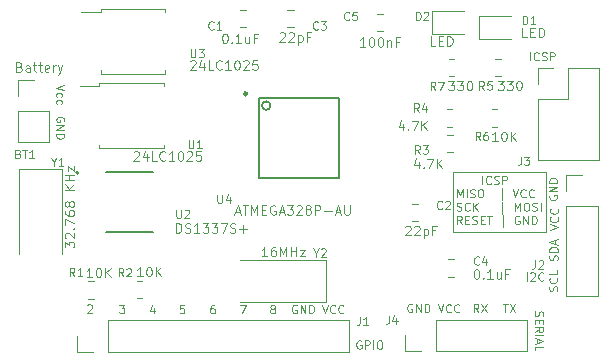
<source format=gto>
%TF.GenerationSoftware,KiCad,Pcbnew,(6.0.1-0)*%
%TF.CreationDate,2022-02-17T22:02:19-07:00*%
%TF.ProjectId,MCU Datalogger,4d435520-4461-4746-916c-6f676765722e,1*%
%TF.SameCoordinates,Original*%
%TF.FileFunction,Legend,Top*%
%TF.FilePolarity,Positive*%
%FSLAX46Y46*%
G04 Gerber Fmt 4.6, Leading zero omitted, Abs format (unit mm)*
G04 Created by KiCad (PCBNEW (6.0.1-0)) date 2022-02-17 22:02:19*
%MOMM*%
%LPD*%
G01*
G04 APERTURE LIST*
%ADD10C,0.100000*%
%ADD11C,0.120000*%
%ADD12C,0.152400*%
%ADD13C,0.254000*%
%ADD14C,0.127000*%
%ADD15C,0.200000*%
G04 APERTURE END LIST*
D10*
X115468400Y-90398600D02*
X123342400Y-90398600D01*
X123342400Y-90398600D02*
X123342400Y-95504000D01*
X123342400Y-95504000D02*
X115468400Y-95504000D01*
X115468400Y-95504000D02*
X115468400Y-90398600D01*
X84534400Y-101664333D02*
X84567733Y-101631000D01*
X84634400Y-101597666D01*
X84801066Y-101597666D01*
X84867733Y-101631000D01*
X84901066Y-101664333D01*
X84934400Y-101731000D01*
X84934400Y-101797666D01*
X84901066Y-101897666D01*
X84501066Y-102297666D01*
X84934400Y-102297666D01*
X87244266Y-101623066D02*
X87677600Y-101623066D01*
X87444266Y-101889733D01*
X87544266Y-101889733D01*
X87610933Y-101923066D01*
X87644266Y-101956400D01*
X87677600Y-102023066D01*
X87677600Y-102189733D01*
X87644266Y-102256400D01*
X87610933Y-102289733D01*
X87544266Y-102323066D01*
X87344266Y-102323066D01*
X87277600Y-102289733D01*
X87244266Y-102256400D01*
X123721066Y-95294333D02*
X124421066Y-95061000D01*
X123721066Y-94827666D01*
X124354400Y-94194333D02*
X124387733Y-94227666D01*
X124421066Y-94327666D01*
X124421066Y-94394333D01*
X124387733Y-94494333D01*
X124321066Y-94561000D01*
X124254400Y-94594333D01*
X124121066Y-94627666D01*
X124021066Y-94627666D01*
X123887733Y-94594333D01*
X123821066Y-94561000D01*
X123754400Y-94494333D01*
X123721066Y-94394333D01*
X123721066Y-94327666D01*
X123754400Y-94227666D01*
X123787733Y-94194333D01*
X124354400Y-93494333D02*
X124387733Y-93527666D01*
X124421066Y-93627666D01*
X124421066Y-93694333D01*
X124387733Y-93794333D01*
X124321066Y-93861000D01*
X124254400Y-93894333D01*
X124121066Y-93927666D01*
X124021066Y-93927666D01*
X123887733Y-93894333D01*
X123821066Y-93861000D01*
X123754400Y-93794333D01*
X123721066Y-93694333D01*
X123721066Y-93627666D01*
X123754400Y-93527666D01*
X123787733Y-93494333D01*
X121744666Y-99579866D02*
X121744666Y-98879866D01*
X122044666Y-98946533D02*
X122078000Y-98913200D01*
X122144666Y-98879866D01*
X122311333Y-98879866D01*
X122378000Y-98913200D01*
X122411333Y-98946533D01*
X122444666Y-99013200D01*
X122444666Y-99079866D01*
X122411333Y-99179866D01*
X122011333Y-99579866D01*
X122444666Y-99579866D01*
X123144666Y-99513200D02*
X123111333Y-99546533D01*
X123011333Y-99579866D01*
X122944666Y-99579866D01*
X122844666Y-99546533D01*
X122778000Y-99479866D01*
X122744666Y-99413200D01*
X122711333Y-99279866D01*
X122711333Y-99179866D01*
X122744666Y-99046533D01*
X122778000Y-98979866D01*
X122844666Y-98913200D01*
X122944666Y-98879866D01*
X123011333Y-98879866D01*
X123111333Y-98913200D01*
X123144666Y-98946533D01*
X104425866Y-101648466D02*
X104659200Y-102348466D01*
X104892533Y-101648466D01*
X105525866Y-102281800D02*
X105492533Y-102315133D01*
X105392533Y-102348466D01*
X105325866Y-102348466D01*
X105225866Y-102315133D01*
X105159200Y-102248466D01*
X105125866Y-102181800D01*
X105092533Y-102048466D01*
X105092533Y-101948466D01*
X105125866Y-101815133D01*
X105159200Y-101748466D01*
X105225866Y-101681800D01*
X105325866Y-101648466D01*
X105392533Y-101648466D01*
X105492533Y-101681800D01*
X105525866Y-101715133D01*
X106225866Y-102281800D02*
X106192533Y-102315133D01*
X106092533Y-102348466D01*
X106025866Y-102348466D01*
X105925866Y-102315133D01*
X105859200Y-102248466D01*
X105825866Y-102181800D01*
X105792533Y-102048466D01*
X105792533Y-101948466D01*
X105825866Y-101815133D01*
X105859200Y-101748466D01*
X105925866Y-101681800D01*
X106025866Y-101648466D01*
X106092533Y-101648466D01*
X106192533Y-101681800D01*
X106225866Y-101715133D01*
X82603133Y-83012066D02*
X81903133Y-83245400D01*
X82603133Y-83478733D01*
X81936466Y-84012066D02*
X81903133Y-83945400D01*
X81903133Y-83812066D01*
X81936466Y-83745400D01*
X81969800Y-83712066D01*
X82036466Y-83678733D01*
X82236466Y-83678733D01*
X82303133Y-83712066D01*
X82336466Y-83745400D01*
X82369800Y-83812066D01*
X82369800Y-83945400D01*
X82336466Y-84012066D01*
X81936466Y-84612066D02*
X81903133Y-84545400D01*
X81903133Y-84412066D01*
X81936466Y-84345400D01*
X81969800Y-84312066D01*
X82036466Y-84278733D01*
X82236466Y-84278733D01*
X82303133Y-84312066D01*
X82336466Y-84345400D01*
X82369800Y-84412066D01*
X82369800Y-84545400D01*
X82336466Y-84612066D01*
X117663133Y-102246866D02*
X117429800Y-101913533D01*
X117263133Y-102246866D02*
X117263133Y-101546866D01*
X117529800Y-101546866D01*
X117596466Y-101580200D01*
X117629800Y-101613533D01*
X117663133Y-101680200D01*
X117663133Y-101780200D01*
X117629800Y-101846866D01*
X117596466Y-101880200D01*
X117529800Y-101913533D01*
X117263133Y-101913533D01*
X117896466Y-101546866D02*
X118363133Y-102246866D01*
X118363133Y-101546866D02*
X117896466Y-102246866D01*
X92724266Y-101648466D02*
X92390933Y-101648466D01*
X92357600Y-101981800D01*
X92390933Y-101948466D01*
X92457600Y-101915133D01*
X92624266Y-101915133D01*
X92690933Y-101948466D01*
X92724266Y-101981800D01*
X92757600Y-102048466D01*
X92757600Y-102215133D01*
X92724266Y-102281800D01*
X92690933Y-102315133D01*
X92624266Y-102348466D01*
X92457600Y-102348466D01*
X92390933Y-102315133D01*
X92357600Y-102281800D01*
X124311533Y-100452133D02*
X124344866Y-100352133D01*
X124344866Y-100185466D01*
X124311533Y-100118800D01*
X124278200Y-100085466D01*
X124211533Y-100052133D01*
X124144866Y-100052133D01*
X124078200Y-100085466D01*
X124044866Y-100118800D01*
X124011533Y-100185466D01*
X123978200Y-100318800D01*
X123944866Y-100385466D01*
X123911533Y-100418800D01*
X123844866Y-100452133D01*
X123778200Y-100452133D01*
X123711533Y-100418800D01*
X123678200Y-100385466D01*
X123644866Y-100318800D01*
X123644866Y-100152133D01*
X123678200Y-100052133D01*
X124278200Y-99352133D02*
X124311533Y-99385466D01*
X124344866Y-99485466D01*
X124344866Y-99552133D01*
X124311533Y-99652133D01*
X124244866Y-99718800D01*
X124178200Y-99752133D01*
X124044866Y-99785466D01*
X123944866Y-99785466D01*
X123811533Y-99752133D01*
X123744866Y-99718800D01*
X123678200Y-99652133D01*
X123644866Y-99552133D01*
X123644866Y-99485466D01*
X123678200Y-99385466D01*
X123711533Y-99352133D01*
X124344866Y-98718800D02*
X124344866Y-99052133D01*
X123644866Y-99052133D01*
X114230266Y-101572266D02*
X114463600Y-102272266D01*
X114696933Y-101572266D01*
X115330266Y-102205600D02*
X115296933Y-102238933D01*
X115196933Y-102272266D01*
X115130266Y-102272266D01*
X115030266Y-102238933D01*
X114963600Y-102172266D01*
X114930266Y-102105600D01*
X114896933Y-101972266D01*
X114896933Y-101872266D01*
X114930266Y-101738933D01*
X114963600Y-101672266D01*
X115030266Y-101605600D01*
X115130266Y-101572266D01*
X115196933Y-101572266D01*
X115296933Y-101605600D01*
X115330266Y-101638933D01*
X116030266Y-102205600D02*
X115996933Y-102238933D01*
X115896933Y-102272266D01*
X115830266Y-102272266D01*
X115730266Y-102238933D01*
X115663600Y-102172266D01*
X115630266Y-102105600D01*
X115596933Y-101972266D01*
X115596933Y-101872266D01*
X115630266Y-101738933D01*
X115663600Y-101672266D01*
X115730266Y-101605600D01*
X115830266Y-101572266D01*
X115896933Y-101572266D01*
X115996933Y-101605600D01*
X116030266Y-101638933D01*
X112039466Y-101580200D02*
X111972800Y-101546866D01*
X111872800Y-101546866D01*
X111772800Y-101580200D01*
X111706133Y-101646866D01*
X111672800Y-101713533D01*
X111639466Y-101846866D01*
X111639466Y-101946866D01*
X111672800Y-102080200D01*
X111706133Y-102146866D01*
X111772800Y-102213533D01*
X111872800Y-102246866D01*
X111939466Y-102246866D01*
X112039466Y-102213533D01*
X112072800Y-102180200D01*
X112072800Y-101946866D01*
X111939466Y-101946866D01*
X112372800Y-102246866D02*
X112372800Y-101546866D01*
X112772800Y-102246866D01*
X112772800Y-101546866D01*
X113106133Y-102246866D02*
X113106133Y-101546866D01*
X113272800Y-101546866D01*
X113372800Y-101580200D01*
X113439466Y-101646866D01*
X113472800Y-101713533D01*
X113506133Y-101846866D01*
X113506133Y-101946866D01*
X113472800Y-102080200D01*
X113439466Y-102146866D01*
X113372800Y-102213533D01*
X113272800Y-102246866D01*
X113106133Y-102246866D01*
X95281733Y-101648466D02*
X95148400Y-101648466D01*
X95081733Y-101681800D01*
X95048400Y-101715133D01*
X94981733Y-101815133D01*
X94948400Y-101948466D01*
X94948400Y-102215133D01*
X94981733Y-102281800D01*
X95015066Y-102315133D01*
X95081733Y-102348466D01*
X95215066Y-102348466D01*
X95281733Y-102315133D01*
X95315066Y-102281800D01*
X95348400Y-102215133D01*
X95348400Y-102048466D01*
X95315066Y-101981800D01*
X95281733Y-101948466D01*
X95215066Y-101915133D01*
X95081733Y-101915133D01*
X95015066Y-101948466D01*
X94981733Y-101981800D01*
X94948400Y-102048466D01*
X124336933Y-97827200D02*
X124370266Y-97727200D01*
X124370266Y-97560533D01*
X124336933Y-97493866D01*
X124303600Y-97460533D01*
X124236933Y-97427200D01*
X124170266Y-97427200D01*
X124103600Y-97460533D01*
X124070266Y-97493866D01*
X124036933Y-97560533D01*
X124003600Y-97693866D01*
X123970266Y-97760533D01*
X123936933Y-97793866D01*
X123870266Y-97827200D01*
X123803600Y-97827200D01*
X123736933Y-97793866D01*
X123703600Y-97760533D01*
X123670266Y-97693866D01*
X123670266Y-97527200D01*
X123703600Y-97427200D01*
X124370266Y-97127200D02*
X123670266Y-97127200D01*
X123670266Y-96960533D01*
X123703600Y-96860533D01*
X123770266Y-96793866D01*
X123836933Y-96760533D01*
X123970266Y-96727200D01*
X124070266Y-96727200D01*
X124203600Y-96760533D01*
X124270266Y-96793866D01*
X124336933Y-96860533D01*
X124370266Y-96960533D01*
X124370266Y-97127200D01*
X124170266Y-96460533D02*
X124170266Y-96127200D01*
X124370266Y-96527200D02*
X123670266Y-96293866D01*
X124370266Y-96060533D01*
X97480466Y-101648466D02*
X97947133Y-101648466D01*
X97647133Y-102348466D01*
X119735666Y-101572266D02*
X120135666Y-101572266D01*
X119935666Y-102272266D02*
X119935666Y-101572266D01*
X120302333Y-101572266D02*
X120769000Y-102272266D01*
X120769000Y-101572266D02*
X120302333Y-102272266D01*
X107732600Y-104679000D02*
X107665933Y-104645666D01*
X107565933Y-104645666D01*
X107465933Y-104679000D01*
X107399266Y-104745666D01*
X107365933Y-104812333D01*
X107332600Y-104945666D01*
X107332600Y-105045666D01*
X107365933Y-105179000D01*
X107399266Y-105245666D01*
X107465933Y-105312333D01*
X107565933Y-105345666D01*
X107632600Y-105345666D01*
X107732600Y-105312333D01*
X107765933Y-105279000D01*
X107765933Y-105045666D01*
X107632600Y-105045666D01*
X108065933Y-105345666D02*
X108065933Y-104645666D01*
X108332600Y-104645666D01*
X108399266Y-104679000D01*
X108432600Y-104712333D01*
X108465933Y-104779000D01*
X108465933Y-104879000D01*
X108432600Y-104945666D01*
X108399266Y-104979000D01*
X108332600Y-105012333D01*
X108065933Y-105012333D01*
X108765933Y-105345666D02*
X108765933Y-104645666D01*
X109232600Y-104645666D02*
X109365933Y-104645666D01*
X109432600Y-104679000D01*
X109499266Y-104745666D01*
X109532600Y-104879000D01*
X109532600Y-105112333D01*
X109499266Y-105245666D01*
X109432600Y-105312333D01*
X109365933Y-105345666D01*
X109232600Y-105345666D01*
X109165933Y-105312333D01*
X109099266Y-105245666D01*
X109065933Y-105112333D01*
X109065933Y-104879000D01*
X109099266Y-104745666D01*
X109165933Y-104679000D01*
X109232600Y-104645666D01*
X82569800Y-86106066D02*
X82603133Y-86039400D01*
X82603133Y-85939400D01*
X82569800Y-85839400D01*
X82503133Y-85772733D01*
X82436466Y-85739400D01*
X82303133Y-85706066D01*
X82203133Y-85706066D01*
X82069800Y-85739400D01*
X82003133Y-85772733D01*
X81936466Y-85839400D01*
X81903133Y-85939400D01*
X81903133Y-86006066D01*
X81936466Y-86106066D01*
X81969800Y-86139400D01*
X82203133Y-86139400D01*
X82203133Y-86006066D01*
X81903133Y-86439400D02*
X82603133Y-86439400D01*
X81903133Y-86839400D01*
X82603133Y-86839400D01*
X81903133Y-87172733D02*
X82603133Y-87172733D01*
X82603133Y-87339400D01*
X82569800Y-87439400D01*
X82503133Y-87506066D01*
X82436466Y-87539400D01*
X82303133Y-87572733D01*
X82203133Y-87572733D01*
X82069800Y-87539400D01*
X82003133Y-87506066D01*
X81936466Y-87439400D01*
X81903133Y-87339400D01*
X81903133Y-87172733D01*
X123678200Y-92354333D02*
X123644866Y-92421000D01*
X123644866Y-92521000D01*
X123678200Y-92621000D01*
X123744866Y-92687666D01*
X123811533Y-92721000D01*
X123944866Y-92754333D01*
X124044866Y-92754333D01*
X124178200Y-92721000D01*
X124244866Y-92687666D01*
X124311533Y-92621000D01*
X124344866Y-92521000D01*
X124344866Y-92454333D01*
X124311533Y-92354333D01*
X124278200Y-92321000D01*
X124044866Y-92321000D01*
X124044866Y-92454333D01*
X124344866Y-92021000D02*
X123644866Y-92021000D01*
X124344866Y-91621000D01*
X123644866Y-91621000D01*
X124344866Y-91287666D02*
X123644866Y-91287666D01*
X123644866Y-91121000D01*
X123678200Y-91021000D01*
X123744866Y-90954333D01*
X123811533Y-90921000D01*
X123944866Y-90887666D01*
X124044866Y-90887666D01*
X124178200Y-90921000D01*
X124244866Y-90954333D01*
X124311533Y-91021000D01*
X124344866Y-91121000D01*
X124344866Y-91287666D01*
X117985800Y-91412366D02*
X117985800Y-90712366D01*
X118719133Y-91345700D02*
X118685800Y-91379033D01*
X118585800Y-91412366D01*
X118519133Y-91412366D01*
X118419133Y-91379033D01*
X118352466Y-91312366D01*
X118319133Y-91245700D01*
X118285800Y-91112366D01*
X118285800Y-91012366D01*
X118319133Y-90879033D01*
X118352466Y-90812366D01*
X118419133Y-90745700D01*
X118519133Y-90712366D01*
X118585800Y-90712366D01*
X118685800Y-90745700D01*
X118719133Y-90779033D01*
X118985800Y-91379033D02*
X119085800Y-91412366D01*
X119252466Y-91412366D01*
X119319133Y-91379033D01*
X119352466Y-91345700D01*
X119385800Y-91279033D01*
X119385800Y-91212366D01*
X119352466Y-91145700D01*
X119319133Y-91112366D01*
X119252466Y-91079033D01*
X119119133Y-91045700D01*
X119052466Y-91012366D01*
X119019133Y-90979033D01*
X118985800Y-90912366D01*
X118985800Y-90845700D01*
X119019133Y-90779033D01*
X119052466Y-90745700D01*
X119119133Y-90712366D01*
X119285800Y-90712366D01*
X119385800Y-90745700D01*
X119685800Y-91412366D02*
X119685800Y-90712366D01*
X119952466Y-90712366D01*
X120019133Y-90745700D01*
X120052466Y-90779033D01*
X120085800Y-90845700D01*
X120085800Y-90945700D01*
X120052466Y-91012366D01*
X120019133Y-91045700D01*
X119952466Y-91079033D01*
X119685800Y-91079033D01*
X115852466Y-92539366D02*
X115852466Y-91839366D01*
X116085800Y-92339366D01*
X116319133Y-91839366D01*
X116319133Y-92539366D01*
X116652466Y-92539366D02*
X116652466Y-91839366D01*
X116952466Y-92506033D02*
X117052466Y-92539366D01*
X117219133Y-92539366D01*
X117285800Y-92506033D01*
X117319133Y-92472700D01*
X117352466Y-92406033D01*
X117352466Y-92339366D01*
X117319133Y-92272700D01*
X117285800Y-92239366D01*
X117219133Y-92206033D01*
X117085800Y-92172700D01*
X117019133Y-92139366D01*
X116985800Y-92106033D01*
X116952466Y-92039366D01*
X116952466Y-91972700D01*
X116985800Y-91906033D01*
X117019133Y-91872700D01*
X117085800Y-91839366D01*
X117252466Y-91839366D01*
X117352466Y-91872700D01*
X117785800Y-91839366D02*
X117919133Y-91839366D01*
X117985800Y-91872700D01*
X118052466Y-91939366D01*
X118085800Y-92072700D01*
X118085800Y-92306033D01*
X118052466Y-92439366D01*
X117985800Y-92506033D01*
X117919133Y-92539366D01*
X117785800Y-92539366D01*
X117719133Y-92506033D01*
X117652466Y-92439366D01*
X117619133Y-92306033D01*
X117619133Y-92072700D01*
X117652466Y-91939366D01*
X117719133Y-91872700D01*
X117785800Y-91839366D01*
X119619133Y-92772700D02*
X119619133Y-91772700D01*
X120552466Y-91839366D02*
X120785800Y-92539366D01*
X121019133Y-91839366D01*
X121652466Y-92472700D02*
X121619133Y-92506033D01*
X121519133Y-92539366D01*
X121452466Y-92539366D01*
X121352466Y-92506033D01*
X121285800Y-92439366D01*
X121252466Y-92372700D01*
X121219133Y-92239366D01*
X121219133Y-92139366D01*
X121252466Y-92006033D01*
X121285800Y-91939366D01*
X121352466Y-91872700D01*
X121452466Y-91839366D01*
X121519133Y-91839366D01*
X121619133Y-91872700D01*
X121652466Y-91906033D01*
X122352466Y-92472700D02*
X122319133Y-92506033D01*
X122219133Y-92539366D01*
X122152466Y-92539366D01*
X122052466Y-92506033D01*
X121985800Y-92439366D01*
X121952466Y-92372700D01*
X121919133Y-92239366D01*
X121919133Y-92139366D01*
X121952466Y-92006033D01*
X121985800Y-91939366D01*
X122052466Y-91872700D01*
X122152466Y-91839366D01*
X122219133Y-91839366D01*
X122319133Y-91872700D01*
X122352466Y-91906033D01*
X115819133Y-93633033D02*
X115919133Y-93666366D01*
X116085800Y-93666366D01*
X116152466Y-93633033D01*
X116185800Y-93599700D01*
X116219133Y-93533033D01*
X116219133Y-93466366D01*
X116185800Y-93399700D01*
X116152466Y-93366366D01*
X116085800Y-93333033D01*
X115952466Y-93299700D01*
X115885800Y-93266366D01*
X115852466Y-93233033D01*
X115819133Y-93166366D01*
X115819133Y-93099700D01*
X115852466Y-93033033D01*
X115885800Y-92999700D01*
X115952466Y-92966366D01*
X116119133Y-92966366D01*
X116219133Y-92999700D01*
X116919133Y-93599700D02*
X116885800Y-93633033D01*
X116785800Y-93666366D01*
X116719133Y-93666366D01*
X116619133Y-93633033D01*
X116552466Y-93566366D01*
X116519133Y-93499700D01*
X116485800Y-93366366D01*
X116485800Y-93266366D01*
X116519133Y-93133033D01*
X116552466Y-93066366D01*
X116619133Y-92999700D01*
X116719133Y-92966366D01*
X116785800Y-92966366D01*
X116885800Y-92999700D01*
X116919133Y-93033033D01*
X117219133Y-93666366D02*
X117219133Y-92966366D01*
X117619133Y-93666366D02*
X117319133Y-93266366D01*
X117619133Y-92966366D02*
X117219133Y-93366366D01*
X119685800Y-93899700D02*
X119685800Y-92899700D01*
X120719133Y-93666366D02*
X120719133Y-92966366D01*
X120952466Y-93466366D01*
X121185800Y-92966366D01*
X121185800Y-93666366D01*
X121652466Y-92966366D02*
X121785800Y-92966366D01*
X121852466Y-92999700D01*
X121919133Y-93066366D01*
X121952466Y-93199700D01*
X121952466Y-93433033D01*
X121919133Y-93566366D01*
X121852466Y-93633033D01*
X121785800Y-93666366D01*
X121652466Y-93666366D01*
X121585800Y-93633033D01*
X121519133Y-93566366D01*
X121485800Y-93433033D01*
X121485800Y-93199700D01*
X121519133Y-93066366D01*
X121585800Y-92999700D01*
X121652466Y-92966366D01*
X122219133Y-93633033D02*
X122319133Y-93666366D01*
X122485800Y-93666366D01*
X122552466Y-93633033D01*
X122585800Y-93599700D01*
X122619133Y-93533033D01*
X122619133Y-93466366D01*
X122585800Y-93399700D01*
X122552466Y-93366366D01*
X122485800Y-93333033D01*
X122352466Y-93299700D01*
X122285800Y-93266366D01*
X122252466Y-93233033D01*
X122219133Y-93166366D01*
X122219133Y-93099700D01*
X122252466Y-93033033D01*
X122285800Y-92999700D01*
X122352466Y-92966366D01*
X122519133Y-92966366D01*
X122619133Y-92999700D01*
X122919133Y-93666366D02*
X122919133Y-92966366D01*
X116252466Y-94793366D02*
X116019133Y-94460033D01*
X115852466Y-94793366D02*
X115852466Y-94093366D01*
X116119133Y-94093366D01*
X116185800Y-94126700D01*
X116219133Y-94160033D01*
X116252466Y-94226700D01*
X116252466Y-94326700D01*
X116219133Y-94393366D01*
X116185800Y-94426700D01*
X116119133Y-94460033D01*
X115852466Y-94460033D01*
X116552466Y-94426700D02*
X116785800Y-94426700D01*
X116885800Y-94793366D02*
X116552466Y-94793366D01*
X116552466Y-94093366D01*
X116885800Y-94093366D01*
X117152466Y-94760033D02*
X117252466Y-94793366D01*
X117419133Y-94793366D01*
X117485800Y-94760033D01*
X117519133Y-94726700D01*
X117552466Y-94660033D01*
X117552466Y-94593366D01*
X117519133Y-94526700D01*
X117485800Y-94493366D01*
X117419133Y-94460033D01*
X117285800Y-94426700D01*
X117219133Y-94393366D01*
X117185800Y-94360033D01*
X117152466Y-94293366D01*
X117152466Y-94226700D01*
X117185800Y-94160033D01*
X117219133Y-94126700D01*
X117285800Y-94093366D01*
X117452466Y-94093366D01*
X117552466Y-94126700D01*
X117852466Y-94426700D02*
X118085800Y-94426700D01*
X118185800Y-94793366D02*
X117852466Y-94793366D01*
X117852466Y-94093366D01*
X118185800Y-94093366D01*
X118385800Y-94093366D02*
X118785800Y-94093366D01*
X118585800Y-94793366D02*
X118585800Y-94093366D01*
X119719133Y-95026700D02*
X119719133Y-94026700D01*
X121119133Y-94126700D02*
X121052466Y-94093366D01*
X120952466Y-94093366D01*
X120852466Y-94126700D01*
X120785800Y-94193366D01*
X120752466Y-94260033D01*
X120719133Y-94393366D01*
X120719133Y-94493366D01*
X120752466Y-94626700D01*
X120785800Y-94693366D01*
X120852466Y-94760033D01*
X120952466Y-94793366D01*
X121019133Y-94793366D01*
X121119133Y-94760033D01*
X121152466Y-94726700D01*
X121152466Y-94493366D01*
X121019133Y-94493366D01*
X121452466Y-94793366D02*
X121452466Y-94093366D01*
X121852466Y-94793366D01*
X121852466Y-94093366D01*
X122185800Y-94793366D02*
X122185800Y-94093366D01*
X122352466Y-94093366D01*
X122452466Y-94126700D01*
X122519133Y-94193366D01*
X122552466Y-94260033D01*
X122585800Y-94393366D01*
X122585800Y-94493366D01*
X122552466Y-94626700D01*
X122519133Y-94693366D01*
X122452466Y-94760033D01*
X122352466Y-94793366D01*
X122185800Y-94793366D01*
X122449466Y-102193133D02*
X122416133Y-102293133D01*
X122416133Y-102459800D01*
X122449466Y-102526466D01*
X122482800Y-102559800D01*
X122549466Y-102593133D01*
X122616133Y-102593133D01*
X122682800Y-102559800D01*
X122716133Y-102526466D01*
X122749466Y-102459800D01*
X122782800Y-102326466D01*
X122816133Y-102259800D01*
X122849466Y-102226466D01*
X122916133Y-102193133D01*
X122982800Y-102193133D01*
X123049466Y-102226466D01*
X123082800Y-102259800D01*
X123116133Y-102326466D01*
X123116133Y-102493133D01*
X123082800Y-102593133D01*
X122782800Y-102893133D02*
X122782800Y-103126466D01*
X122416133Y-103226466D02*
X122416133Y-102893133D01*
X123116133Y-102893133D01*
X123116133Y-103226466D01*
X122416133Y-103926466D02*
X122749466Y-103693133D01*
X122416133Y-103526466D02*
X123116133Y-103526466D01*
X123116133Y-103793133D01*
X123082800Y-103859800D01*
X123049466Y-103893133D01*
X122982800Y-103926466D01*
X122882800Y-103926466D01*
X122816133Y-103893133D01*
X122782800Y-103859800D01*
X122749466Y-103793133D01*
X122749466Y-103526466D01*
X122416133Y-104226466D02*
X123116133Y-104226466D01*
X122616133Y-104526466D02*
X122616133Y-104859800D01*
X122416133Y-104459800D02*
X123116133Y-104693133D01*
X122416133Y-104926466D01*
X122416133Y-105493133D02*
X122416133Y-105159800D01*
X123116133Y-105159800D01*
X90176333Y-101881800D02*
X90176333Y-102348466D01*
X90009666Y-101615133D02*
X89843000Y-102115133D01*
X90276333Y-102115133D01*
X102260466Y-101681800D02*
X102193800Y-101648466D01*
X102093800Y-101648466D01*
X101993800Y-101681800D01*
X101927133Y-101748466D01*
X101893800Y-101815133D01*
X101860466Y-101948466D01*
X101860466Y-102048466D01*
X101893800Y-102181800D01*
X101927133Y-102248466D01*
X101993800Y-102315133D01*
X102093800Y-102348466D01*
X102160466Y-102348466D01*
X102260466Y-102315133D01*
X102293800Y-102281800D01*
X102293800Y-102048466D01*
X102160466Y-102048466D01*
X102593800Y-102348466D02*
X102593800Y-101648466D01*
X102993800Y-102348466D01*
X102993800Y-101648466D01*
X103327133Y-102348466D02*
X103327133Y-101648466D01*
X103493800Y-101648466D01*
X103593800Y-101681800D01*
X103660466Y-101748466D01*
X103693800Y-101815133D01*
X103727133Y-101948466D01*
X103727133Y-102048466D01*
X103693800Y-102181800D01*
X103660466Y-102248466D01*
X103593800Y-102315133D01*
X103493800Y-102348466D01*
X103327133Y-102348466D01*
X100161733Y-101948466D02*
X100095066Y-101915133D01*
X100061733Y-101881800D01*
X100028400Y-101815133D01*
X100028400Y-101781800D01*
X100061733Y-101715133D01*
X100095066Y-101681800D01*
X100161733Y-101648466D01*
X100295066Y-101648466D01*
X100361733Y-101681800D01*
X100395066Y-101715133D01*
X100428400Y-101781800D01*
X100428400Y-101815133D01*
X100395066Y-101881800D01*
X100361733Y-101915133D01*
X100295066Y-101948466D01*
X100161733Y-101948466D01*
X100095066Y-101981800D01*
X100061733Y-102015133D01*
X100028400Y-102081800D01*
X100028400Y-102215133D01*
X100061733Y-102281800D01*
X100095066Y-102315133D01*
X100161733Y-102348466D01*
X100295066Y-102348466D01*
X100361733Y-102315133D01*
X100395066Y-102281800D01*
X100428400Y-102215133D01*
X100428400Y-102081800D01*
X100395066Y-102015133D01*
X100361733Y-101981800D01*
X100295066Y-101948466D01*
X122029666Y-80936266D02*
X122029666Y-80236266D01*
X122763000Y-80869600D02*
X122729666Y-80902933D01*
X122629666Y-80936266D01*
X122563000Y-80936266D01*
X122463000Y-80902933D01*
X122396333Y-80836266D01*
X122363000Y-80769600D01*
X122329666Y-80636266D01*
X122329666Y-80536266D01*
X122363000Y-80402933D01*
X122396333Y-80336266D01*
X122463000Y-80269600D01*
X122563000Y-80236266D01*
X122629666Y-80236266D01*
X122729666Y-80269600D01*
X122763000Y-80302933D01*
X123029666Y-80902933D02*
X123129666Y-80936266D01*
X123296333Y-80936266D01*
X123363000Y-80902933D01*
X123396333Y-80869600D01*
X123429666Y-80802933D01*
X123429666Y-80736266D01*
X123396333Y-80669600D01*
X123363000Y-80636266D01*
X123296333Y-80602933D01*
X123163000Y-80569600D01*
X123096333Y-80536266D01*
X123063000Y-80502933D01*
X123029666Y-80436266D01*
X123029666Y-80369600D01*
X123063000Y-80302933D01*
X123096333Y-80269600D01*
X123163000Y-80236266D01*
X123329666Y-80236266D01*
X123429666Y-80269600D01*
X123729666Y-80936266D02*
X123729666Y-80236266D01*
X123996333Y-80236266D01*
X124063000Y-80269600D01*
X124096333Y-80302933D01*
X124129666Y-80369600D01*
X124129666Y-80469600D01*
X124096333Y-80536266D01*
X124063000Y-80569600D01*
X123996333Y-80602933D01*
X123729666Y-80602933D01*
%TO.C,R4*%
X112633933Y-85279666D02*
X112400600Y-84946333D01*
X112233933Y-85279666D02*
X112233933Y-84579666D01*
X112500600Y-84579666D01*
X112567266Y-84613000D01*
X112600600Y-84646333D01*
X112633933Y-84713000D01*
X112633933Y-84813000D01*
X112600600Y-84879666D01*
X112567266Y-84913000D01*
X112500600Y-84946333D01*
X112233933Y-84946333D01*
X113233933Y-84813000D02*
X113233933Y-85279666D01*
X113067266Y-84546333D02*
X112900600Y-85046333D01*
X113333933Y-85046333D01*
X111271152Y-86290171D02*
X111271152Y-86823504D01*
X111080676Y-85985409D02*
X110890200Y-86556838D01*
X111385438Y-86556838D01*
X111690200Y-86747314D02*
X111728295Y-86785409D01*
X111690200Y-86823504D01*
X111652104Y-86785409D01*
X111690200Y-86747314D01*
X111690200Y-86823504D01*
X111994961Y-86023504D02*
X112528295Y-86023504D01*
X112185438Y-86823504D01*
X112833057Y-86823504D02*
X112833057Y-86023504D01*
X113290200Y-86823504D02*
X112947342Y-86366361D01*
X113290200Y-86023504D02*
X112833057Y-86480647D01*
%TO.C,R2*%
X87589533Y-99224266D02*
X87356200Y-98890933D01*
X87189533Y-99224266D02*
X87189533Y-98524266D01*
X87456200Y-98524266D01*
X87522866Y-98557600D01*
X87556200Y-98590933D01*
X87589533Y-98657600D01*
X87589533Y-98757600D01*
X87556200Y-98824266D01*
X87522866Y-98857600D01*
X87456200Y-98890933D01*
X87189533Y-98890933D01*
X87856200Y-98590933D02*
X87889533Y-98557600D01*
X87956200Y-98524266D01*
X88122866Y-98524266D01*
X88189533Y-98557600D01*
X88222866Y-98590933D01*
X88256200Y-98657600D01*
X88256200Y-98724266D01*
X88222866Y-98824266D01*
X87822866Y-99224266D01*
X88256200Y-99224266D01*
X89236619Y-99218704D02*
X88779476Y-99218704D01*
X89008047Y-99218704D02*
X89008047Y-98418704D01*
X88931857Y-98532990D01*
X88855666Y-98609180D01*
X88779476Y-98647276D01*
X89731857Y-98418704D02*
X89808047Y-98418704D01*
X89884238Y-98456800D01*
X89922333Y-98494895D01*
X89960428Y-98571085D01*
X89998523Y-98723466D01*
X89998523Y-98913942D01*
X89960428Y-99066323D01*
X89922333Y-99142514D01*
X89884238Y-99180609D01*
X89808047Y-99218704D01*
X89731857Y-99218704D01*
X89655666Y-99180609D01*
X89617571Y-99142514D01*
X89579476Y-99066323D01*
X89541380Y-98913942D01*
X89541380Y-98723466D01*
X89579476Y-98571085D01*
X89617571Y-98494895D01*
X89655666Y-98456800D01*
X89731857Y-98418704D01*
X90341380Y-99218704D02*
X90341380Y-98418704D01*
X90798523Y-99218704D02*
X90455666Y-98761561D01*
X90798523Y-98418704D02*
X90341380Y-98875847D01*
%TO.C,R7*%
X114005533Y-83425466D02*
X113772200Y-83092133D01*
X113605533Y-83425466D02*
X113605533Y-82725466D01*
X113872200Y-82725466D01*
X113938866Y-82758800D01*
X113972200Y-82792133D01*
X114005533Y-82858800D01*
X114005533Y-82958800D01*
X113972200Y-83025466D01*
X113938866Y-83058800D01*
X113872200Y-83092133D01*
X113605533Y-83092133D01*
X114238866Y-82725466D02*
X114705533Y-82725466D01*
X114405533Y-83425466D01*
X115100228Y-82670704D02*
X115595466Y-82670704D01*
X115328800Y-82975466D01*
X115443085Y-82975466D01*
X115519276Y-83013561D01*
X115557371Y-83051657D01*
X115595466Y-83127847D01*
X115595466Y-83318323D01*
X115557371Y-83394514D01*
X115519276Y-83432609D01*
X115443085Y-83470704D01*
X115214514Y-83470704D01*
X115138323Y-83432609D01*
X115100228Y-83394514D01*
X115862133Y-82670704D02*
X116357371Y-82670704D01*
X116090704Y-82975466D01*
X116204990Y-82975466D01*
X116281180Y-83013561D01*
X116319276Y-83051657D01*
X116357371Y-83127847D01*
X116357371Y-83318323D01*
X116319276Y-83394514D01*
X116281180Y-83432609D01*
X116204990Y-83470704D01*
X115976419Y-83470704D01*
X115900228Y-83432609D01*
X115862133Y-83394514D01*
X116852609Y-82670704D02*
X116928800Y-82670704D01*
X117004990Y-82708800D01*
X117043085Y-82746895D01*
X117081180Y-82823085D01*
X117119276Y-82975466D01*
X117119276Y-83165942D01*
X117081180Y-83318323D01*
X117043085Y-83394514D01*
X117004990Y-83432609D01*
X116928800Y-83470704D01*
X116852609Y-83470704D01*
X116776419Y-83432609D01*
X116738323Y-83394514D01*
X116700228Y-83318323D01*
X116662133Y-83165942D01*
X116662133Y-82975466D01*
X116700228Y-82823085D01*
X116738323Y-82746895D01*
X116776419Y-82708800D01*
X116852609Y-82670704D01*
%TO.C,R5*%
X118145733Y-83400066D02*
X117912400Y-83066733D01*
X117745733Y-83400066D02*
X117745733Y-82700066D01*
X118012400Y-82700066D01*
X118079066Y-82733400D01*
X118112400Y-82766733D01*
X118145733Y-82833400D01*
X118145733Y-82933400D01*
X118112400Y-83000066D01*
X118079066Y-83033400D01*
X118012400Y-83066733D01*
X117745733Y-83066733D01*
X118779066Y-82700066D02*
X118445733Y-82700066D01*
X118412400Y-83033400D01*
X118445733Y-83000066D01*
X118512400Y-82966733D01*
X118679066Y-82966733D01*
X118745733Y-83000066D01*
X118779066Y-83033400D01*
X118812400Y-83100066D01*
X118812400Y-83266733D01*
X118779066Y-83333400D01*
X118745733Y-83366733D01*
X118679066Y-83400066D01*
X118512400Y-83400066D01*
X118445733Y-83366733D01*
X118412400Y-83333400D01*
X119291228Y-82645304D02*
X119786466Y-82645304D01*
X119519800Y-82950066D01*
X119634085Y-82950066D01*
X119710276Y-82988161D01*
X119748371Y-83026257D01*
X119786466Y-83102447D01*
X119786466Y-83292923D01*
X119748371Y-83369114D01*
X119710276Y-83407209D01*
X119634085Y-83445304D01*
X119405514Y-83445304D01*
X119329323Y-83407209D01*
X119291228Y-83369114D01*
X120053133Y-82645304D02*
X120548371Y-82645304D01*
X120281704Y-82950066D01*
X120395990Y-82950066D01*
X120472180Y-82988161D01*
X120510276Y-83026257D01*
X120548371Y-83102447D01*
X120548371Y-83292923D01*
X120510276Y-83369114D01*
X120472180Y-83407209D01*
X120395990Y-83445304D01*
X120167419Y-83445304D01*
X120091228Y-83407209D01*
X120053133Y-83369114D01*
X121043609Y-82645304D02*
X121119800Y-82645304D01*
X121195990Y-82683400D01*
X121234085Y-82721495D01*
X121272180Y-82797685D01*
X121310276Y-82950066D01*
X121310276Y-83140542D01*
X121272180Y-83292923D01*
X121234085Y-83369114D01*
X121195990Y-83407209D01*
X121119800Y-83445304D01*
X121043609Y-83445304D01*
X120967419Y-83407209D01*
X120929323Y-83369114D01*
X120891228Y-83292923D01*
X120853133Y-83140542D01*
X120853133Y-82950066D01*
X120891228Y-82797685D01*
X120929323Y-82721495D01*
X120967419Y-82683400D01*
X121043609Y-82645304D01*
%TO.C,C2*%
X114574533Y-93468000D02*
X114541200Y-93501333D01*
X114441200Y-93534666D01*
X114374533Y-93534666D01*
X114274533Y-93501333D01*
X114207866Y-93434666D01*
X114174533Y-93368000D01*
X114141200Y-93234666D01*
X114141200Y-93134666D01*
X114174533Y-93001333D01*
X114207866Y-92934666D01*
X114274533Y-92868000D01*
X114374533Y-92834666D01*
X114441200Y-92834666D01*
X114541200Y-92868000D01*
X114574533Y-92901333D01*
X114841200Y-92901333D02*
X114874533Y-92868000D01*
X114941200Y-92834666D01*
X115107866Y-92834666D01*
X115174533Y-92868000D01*
X115207866Y-92901333D01*
X115241200Y-92968000D01*
X115241200Y-93034666D01*
X115207866Y-93134666D01*
X114807866Y-93534666D01*
X115241200Y-93534666D01*
X111461714Y-95015095D02*
X111499809Y-94977000D01*
X111576000Y-94938904D01*
X111766476Y-94938904D01*
X111842666Y-94977000D01*
X111880761Y-95015095D01*
X111918857Y-95091285D01*
X111918857Y-95167476D01*
X111880761Y-95281761D01*
X111423619Y-95738904D01*
X111918857Y-95738904D01*
X112223619Y-95015095D02*
X112261714Y-94977000D01*
X112337904Y-94938904D01*
X112528380Y-94938904D01*
X112604571Y-94977000D01*
X112642666Y-95015095D01*
X112680761Y-95091285D01*
X112680761Y-95167476D01*
X112642666Y-95281761D01*
X112185523Y-95738904D01*
X112680761Y-95738904D01*
X113023619Y-95205571D02*
X113023619Y-96005571D01*
X113023619Y-95243666D02*
X113099809Y-95205571D01*
X113252190Y-95205571D01*
X113328380Y-95243666D01*
X113366476Y-95281761D01*
X113404571Y-95357952D01*
X113404571Y-95586523D01*
X113366476Y-95662714D01*
X113328380Y-95700809D01*
X113252190Y-95738904D01*
X113099809Y-95738904D01*
X113023619Y-95700809D01*
X114014095Y-95319857D02*
X113747428Y-95319857D01*
X113747428Y-95738904D02*
X113747428Y-94938904D01*
X114128380Y-94938904D01*
%TO.C,D2*%
X112360933Y-77532666D02*
X112360933Y-76832666D01*
X112527600Y-76832666D01*
X112627600Y-76866000D01*
X112694266Y-76932666D01*
X112727600Y-76999333D01*
X112760933Y-77132666D01*
X112760933Y-77232666D01*
X112727600Y-77366000D01*
X112694266Y-77432666D01*
X112627600Y-77499333D01*
X112527600Y-77532666D01*
X112360933Y-77532666D01*
X113027600Y-76899333D02*
X113060933Y-76866000D01*
X113127600Y-76832666D01*
X113294266Y-76832666D01*
X113360933Y-76866000D01*
X113394266Y-76899333D01*
X113427600Y-76966000D01*
X113427600Y-77032666D01*
X113394266Y-77132666D01*
X112994266Y-77532666D01*
X113427600Y-77532666D01*
X114014314Y-79686104D02*
X113633361Y-79686104D01*
X113633361Y-78886104D01*
X114280980Y-79267057D02*
X114547647Y-79267057D01*
X114661933Y-79686104D02*
X114280980Y-79686104D01*
X114280980Y-78886104D01*
X114661933Y-78886104D01*
X115004790Y-79686104D02*
X115004790Y-78886104D01*
X115195266Y-78886104D01*
X115309552Y-78924200D01*
X115385742Y-79000390D01*
X115423838Y-79076580D01*
X115461933Y-79228961D01*
X115461933Y-79343247D01*
X115423838Y-79495628D01*
X115385742Y-79571819D01*
X115309552Y-79648009D01*
X115195266Y-79686104D01*
X115004790Y-79686104D01*
%TO.C,J4*%
X110078866Y-102537466D02*
X110078866Y-103037466D01*
X110045533Y-103137466D01*
X109978866Y-103204133D01*
X109878866Y-103237466D01*
X109812200Y-103237466D01*
X110712200Y-102770800D02*
X110712200Y-103237466D01*
X110545533Y-102504133D02*
X110378866Y-103004133D01*
X110812200Y-103004133D01*
%TO.C,U1*%
X93116466Y-87678466D02*
X93116466Y-88245133D01*
X93149800Y-88311800D01*
X93183133Y-88345133D01*
X93249800Y-88378466D01*
X93383133Y-88378466D01*
X93449800Y-88345133D01*
X93483133Y-88311800D01*
X93516466Y-88245133D01*
X93516466Y-87678466D01*
X94216466Y-88378466D02*
X93816466Y-88378466D01*
X94016466Y-88378466D02*
X94016466Y-87678466D01*
X93949800Y-87778466D01*
X93883133Y-87845133D01*
X93816466Y-87878466D01*
X88481257Y-88690495D02*
X88519352Y-88652400D01*
X88595542Y-88614304D01*
X88786019Y-88614304D01*
X88862209Y-88652400D01*
X88900304Y-88690495D01*
X88938400Y-88766685D01*
X88938400Y-88842876D01*
X88900304Y-88957161D01*
X88443161Y-89414304D01*
X88938400Y-89414304D01*
X89624114Y-88880971D02*
X89624114Y-89414304D01*
X89433638Y-88576209D02*
X89243161Y-89147638D01*
X89738400Y-89147638D01*
X90424114Y-89414304D02*
X90043161Y-89414304D01*
X90043161Y-88614304D01*
X91147923Y-89338114D02*
X91109828Y-89376209D01*
X90995542Y-89414304D01*
X90919352Y-89414304D01*
X90805066Y-89376209D01*
X90728876Y-89300019D01*
X90690780Y-89223828D01*
X90652685Y-89071447D01*
X90652685Y-88957161D01*
X90690780Y-88804780D01*
X90728876Y-88728590D01*
X90805066Y-88652400D01*
X90919352Y-88614304D01*
X90995542Y-88614304D01*
X91109828Y-88652400D01*
X91147923Y-88690495D01*
X91909828Y-89414304D02*
X91452685Y-89414304D01*
X91681257Y-89414304D02*
X91681257Y-88614304D01*
X91605066Y-88728590D01*
X91528876Y-88804780D01*
X91452685Y-88842876D01*
X92405066Y-88614304D02*
X92481257Y-88614304D01*
X92557447Y-88652400D01*
X92595542Y-88690495D01*
X92633638Y-88766685D01*
X92671733Y-88919066D01*
X92671733Y-89109542D01*
X92633638Y-89261923D01*
X92595542Y-89338114D01*
X92557447Y-89376209D01*
X92481257Y-89414304D01*
X92405066Y-89414304D01*
X92328876Y-89376209D01*
X92290780Y-89338114D01*
X92252685Y-89261923D01*
X92214590Y-89109542D01*
X92214590Y-88919066D01*
X92252685Y-88766685D01*
X92290780Y-88690495D01*
X92328876Y-88652400D01*
X92405066Y-88614304D01*
X92976495Y-88690495D02*
X93014590Y-88652400D01*
X93090780Y-88614304D01*
X93281257Y-88614304D01*
X93357447Y-88652400D01*
X93395542Y-88690495D01*
X93433638Y-88766685D01*
X93433638Y-88842876D01*
X93395542Y-88957161D01*
X92938400Y-89414304D01*
X93433638Y-89414304D01*
X94157447Y-88614304D02*
X93776495Y-88614304D01*
X93738400Y-88995257D01*
X93776495Y-88957161D01*
X93852685Y-88919066D01*
X94043161Y-88919066D01*
X94119352Y-88957161D01*
X94157447Y-88995257D01*
X94195542Y-89071447D01*
X94195542Y-89261923D01*
X94157447Y-89338114D01*
X94119352Y-89376209D01*
X94043161Y-89414304D01*
X93852685Y-89414304D01*
X93776495Y-89376209D01*
X93738400Y-89338114D01*
%TO.C,Y1*%
X81683266Y-89569133D02*
X81683266Y-89902466D01*
X81449933Y-89202466D02*
X81683266Y-89569133D01*
X81916600Y-89202466D01*
X82516600Y-89902466D02*
X82116600Y-89902466D01*
X82316600Y-89902466D02*
X82316600Y-89202466D01*
X82249933Y-89302466D01*
X82183266Y-89369133D01*
X82116600Y-89402466D01*
X82645304Y-96773571D02*
X82645304Y-96278333D01*
X82950066Y-96545000D01*
X82950066Y-96430714D01*
X82988161Y-96354523D01*
X83026257Y-96316428D01*
X83102447Y-96278333D01*
X83292923Y-96278333D01*
X83369114Y-96316428D01*
X83407209Y-96354523D01*
X83445304Y-96430714D01*
X83445304Y-96659285D01*
X83407209Y-96735476D01*
X83369114Y-96773571D01*
X82721495Y-95973571D02*
X82683400Y-95935476D01*
X82645304Y-95859285D01*
X82645304Y-95668809D01*
X82683400Y-95592619D01*
X82721495Y-95554523D01*
X82797685Y-95516428D01*
X82873876Y-95516428D01*
X82988161Y-95554523D01*
X83445304Y-96011666D01*
X83445304Y-95516428D01*
X83369114Y-95173571D02*
X83407209Y-95135476D01*
X83445304Y-95173571D01*
X83407209Y-95211666D01*
X83369114Y-95173571D01*
X83445304Y-95173571D01*
X82645304Y-94868809D02*
X82645304Y-94335476D01*
X83445304Y-94678333D01*
X82645304Y-93687857D02*
X82645304Y-93840238D01*
X82683400Y-93916428D01*
X82721495Y-93954523D01*
X82835780Y-94030714D01*
X82988161Y-94068809D01*
X83292923Y-94068809D01*
X83369114Y-94030714D01*
X83407209Y-93992619D01*
X83445304Y-93916428D01*
X83445304Y-93764047D01*
X83407209Y-93687857D01*
X83369114Y-93649761D01*
X83292923Y-93611666D01*
X83102447Y-93611666D01*
X83026257Y-93649761D01*
X82988161Y-93687857D01*
X82950066Y-93764047D01*
X82950066Y-93916428D01*
X82988161Y-93992619D01*
X83026257Y-94030714D01*
X83102447Y-94068809D01*
X82988161Y-93154523D02*
X82950066Y-93230714D01*
X82911971Y-93268809D01*
X82835780Y-93306904D01*
X82797685Y-93306904D01*
X82721495Y-93268809D01*
X82683400Y-93230714D01*
X82645304Y-93154523D01*
X82645304Y-93002142D01*
X82683400Y-92925952D01*
X82721495Y-92887857D01*
X82797685Y-92849761D01*
X82835780Y-92849761D01*
X82911971Y-92887857D01*
X82950066Y-92925952D01*
X82988161Y-93002142D01*
X82988161Y-93154523D01*
X83026257Y-93230714D01*
X83064352Y-93268809D01*
X83140542Y-93306904D01*
X83292923Y-93306904D01*
X83369114Y-93268809D01*
X83407209Y-93230714D01*
X83445304Y-93154523D01*
X83445304Y-93002142D01*
X83407209Y-92925952D01*
X83369114Y-92887857D01*
X83292923Y-92849761D01*
X83140542Y-92849761D01*
X83064352Y-92887857D01*
X83026257Y-92925952D01*
X82988161Y-93002142D01*
X83445304Y-91897380D02*
X82645304Y-91897380D01*
X83445304Y-91440238D02*
X82988161Y-91783095D01*
X82645304Y-91440238D02*
X83102447Y-91897380D01*
X83445304Y-91097380D02*
X82645304Y-91097380D01*
X83026257Y-91097380D02*
X83026257Y-90640238D01*
X83445304Y-90640238D02*
X82645304Y-90640238D01*
X82911971Y-90335476D02*
X82911971Y-89916428D01*
X83445304Y-90335476D01*
X83445304Y-89916428D01*
%TO.C,J1*%
X107615066Y-102664466D02*
X107615066Y-103164466D01*
X107581733Y-103264466D01*
X107515066Y-103331133D01*
X107415066Y-103364466D01*
X107348400Y-103364466D01*
X108315066Y-103364466D02*
X107915066Y-103364466D01*
X108115066Y-103364466D02*
X108115066Y-102664466D01*
X108048400Y-102764466D01*
X107981733Y-102831133D01*
X107915066Y-102864466D01*
%TO.C,U4*%
X95554866Y-92301266D02*
X95554866Y-92867933D01*
X95588200Y-92934600D01*
X95621533Y-92967933D01*
X95688200Y-93001266D01*
X95821533Y-93001266D01*
X95888200Y-92967933D01*
X95921533Y-92934600D01*
X95954866Y-92867933D01*
X95954866Y-92301266D01*
X96588200Y-92534600D02*
X96588200Y-93001266D01*
X96421533Y-92267933D02*
X96254866Y-92767933D01*
X96688200Y-92767933D01*
X97073057Y-93757733D02*
X97454009Y-93757733D01*
X96996866Y-93986304D02*
X97263533Y-93186304D01*
X97530200Y-93986304D01*
X97682580Y-93186304D02*
X98139723Y-93186304D01*
X97911152Y-93986304D02*
X97911152Y-93186304D01*
X98406390Y-93986304D02*
X98406390Y-93186304D01*
X98673057Y-93757733D01*
X98939723Y-93186304D01*
X98939723Y-93986304D01*
X99320676Y-93567257D02*
X99587342Y-93567257D01*
X99701628Y-93986304D02*
X99320676Y-93986304D01*
X99320676Y-93186304D01*
X99701628Y-93186304D01*
X100463533Y-93224400D02*
X100387342Y-93186304D01*
X100273057Y-93186304D01*
X100158771Y-93224400D01*
X100082580Y-93300590D01*
X100044485Y-93376780D01*
X100006390Y-93529161D01*
X100006390Y-93643447D01*
X100044485Y-93795828D01*
X100082580Y-93872019D01*
X100158771Y-93948209D01*
X100273057Y-93986304D01*
X100349247Y-93986304D01*
X100463533Y-93948209D01*
X100501628Y-93910114D01*
X100501628Y-93643447D01*
X100349247Y-93643447D01*
X100806390Y-93757733D02*
X101187342Y-93757733D01*
X100730200Y-93986304D02*
X100996866Y-93186304D01*
X101263533Y-93986304D01*
X101454009Y-93186304D02*
X101949247Y-93186304D01*
X101682580Y-93491066D01*
X101796866Y-93491066D01*
X101873057Y-93529161D01*
X101911152Y-93567257D01*
X101949247Y-93643447D01*
X101949247Y-93833923D01*
X101911152Y-93910114D01*
X101873057Y-93948209D01*
X101796866Y-93986304D01*
X101568295Y-93986304D01*
X101492104Y-93948209D01*
X101454009Y-93910114D01*
X102254009Y-93262495D02*
X102292104Y-93224400D01*
X102368295Y-93186304D01*
X102558771Y-93186304D01*
X102634961Y-93224400D01*
X102673057Y-93262495D01*
X102711152Y-93338685D01*
X102711152Y-93414876D01*
X102673057Y-93529161D01*
X102215914Y-93986304D01*
X102711152Y-93986304D01*
X103168295Y-93529161D02*
X103092104Y-93491066D01*
X103054009Y-93452971D01*
X103015914Y-93376780D01*
X103015914Y-93338685D01*
X103054009Y-93262495D01*
X103092104Y-93224400D01*
X103168295Y-93186304D01*
X103320676Y-93186304D01*
X103396866Y-93224400D01*
X103434961Y-93262495D01*
X103473057Y-93338685D01*
X103473057Y-93376780D01*
X103434961Y-93452971D01*
X103396866Y-93491066D01*
X103320676Y-93529161D01*
X103168295Y-93529161D01*
X103092104Y-93567257D01*
X103054009Y-93605352D01*
X103015914Y-93681542D01*
X103015914Y-93833923D01*
X103054009Y-93910114D01*
X103092104Y-93948209D01*
X103168295Y-93986304D01*
X103320676Y-93986304D01*
X103396866Y-93948209D01*
X103434961Y-93910114D01*
X103473057Y-93833923D01*
X103473057Y-93681542D01*
X103434961Y-93605352D01*
X103396866Y-93567257D01*
X103320676Y-93529161D01*
X103815914Y-93986304D02*
X103815914Y-93186304D01*
X104120676Y-93186304D01*
X104196866Y-93224400D01*
X104234961Y-93262495D01*
X104273057Y-93338685D01*
X104273057Y-93452971D01*
X104234961Y-93529161D01*
X104196866Y-93567257D01*
X104120676Y-93605352D01*
X103815914Y-93605352D01*
X104615914Y-93681542D02*
X105225438Y-93681542D01*
X105568295Y-93757733D02*
X105949247Y-93757733D01*
X105492104Y-93986304D02*
X105758771Y-93186304D01*
X106025438Y-93986304D01*
X106292104Y-93186304D02*
X106292104Y-93833923D01*
X106330200Y-93910114D01*
X106368295Y-93948209D01*
X106444485Y-93986304D01*
X106596866Y-93986304D01*
X106673057Y-93948209D01*
X106711152Y-93910114D01*
X106749247Y-93833923D01*
X106749247Y-93186304D01*
%TO.C,U3*%
X93294266Y-79982266D02*
X93294266Y-80548933D01*
X93327600Y-80615600D01*
X93360933Y-80648933D01*
X93427600Y-80682266D01*
X93560933Y-80682266D01*
X93627600Y-80648933D01*
X93660933Y-80615600D01*
X93694266Y-80548933D01*
X93694266Y-79982266D01*
X93960933Y-79982266D02*
X94394266Y-79982266D01*
X94160933Y-80248933D01*
X94260933Y-80248933D01*
X94327600Y-80282266D01*
X94360933Y-80315600D01*
X94394266Y-80382266D01*
X94394266Y-80548933D01*
X94360933Y-80615600D01*
X94327600Y-80648933D01*
X94260933Y-80682266D01*
X94060933Y-80682266D01*
X93994266Y-80648933D01*
X93960933Y-80615600D01*
X93256457Y-80994295D02*
X93294552Y-80956200D01*
X93370742Y-80918104D01*
X93561219Y-80918104D01*
X93637409Y-80956200D01*
X93675504Y-80994295D01*
X93713600Y-81070485D01*
X93713600Y-81146676D01*
X93675504Y-81260961D01*
X93218361Y-81718104D01*
X93713600Y-81718104D01*
X94399314Y-81184771D02*
X94399314Y-81718104D01*
X94208838Y-80880009D02*
X94018361Y-81451438D01*
X94513600Y-81451438D01*
X95199314Y-81718104D02*
X94818361Y-81718104D01*
X94818361Y-80918104D01*
X95923123Y-81641914D02*
X95885028Y-81680009D01*
X95770742Y-81718104D01*
X95694552Y-81718104D01*
X95580266Y-81680009D01*
X95504076Y-81603819D01*
X95465980Y-81527628D01*
X95427885Y-81375247D01*
X95427885Y-81260961D01*
X95465980Y-81108580D01*
X95504076Y-81032390D01*
X95580266Y-80956200D01*
X95694552Y-80918104D01*
X95770742Y-80918104D01*
X95885028Y-80956200D01*
X95923123Y-80994295D01*
X96685028Y-81718104D02*
X96227885Y-81718104D01*
X96456457Y-81718104D02*
X96456457Y-80918104D01*
X96380266Y-81032390D01*
X96304076Y-81108580D01*
X96227885Y-81146676D01*
X97180266Y-80918104D02*
X97256457Y-80918104D01*
X97332647Y-80956200D01*
X97370742Y-80994295D01*
X97408838Y-81070485D01*
X97446933Y-81222866D01*
X97446933Y-81413342D01*
X97408838Y-81565723D01*
X97370742Y-81641914D01*
X97332647Y-81680009D01*
X97256457Y-81718104D01*
X97180266Y-81718104D01*
X97104076Y-81680009D01*
X97065980Y-81641914D01*
X97027885Y-81565723D01*
X96989790Y-81413342D01*
X96989790Y-81222866D01*
X97027885Y-81070485D01*
X97065980Y-80994295D01*
X97104076Y-80956200D01*
X97180266Y-80918104D01*
X97751695Y-80994295D02*
X97789790Y-80956200D01*
X97865980Y-80918104D01*
X98056457Y-80918104D01*
X98132647Y-80956200D01*
X98170742Y-80994295D01*
X98208838Y-81070485D01*
X98208838Y-81146676D01*
X98170742Y-81260961D01*
X97713600Y-81718104D01*
X98208838Y-81718104D01*
X98932647Y-80918104D02*
X98551695Y-80918104D01*
X98513600Y-81299057D01*
X98551695Y-81260961D01*
X98627885Y-81222866D01*
X98818361Y-81222866D01*
X98894552Y-81260961D01*
X98932647Y-81299057D01*
X98970742Y-81375247D01*
X98970742Y-81565723D01*
X98932647Y-81641914D01*
X98894552Y-81680009D01*
X98818361Y-81718104D01*
X98627885Y-81718104D01*
X98551695Y-81680009D01*
X98513600Y-81641914D01*
%TO.C,D1*%
X121403333Y-77862866D02*
X121403333Y-77162866D01*
X121570000Y-77162866D01*
X121670000Y-77196200D01*
X121736666Y-77262866D01*
X121770000Y-77329533D01*
X121803333Y-77462866D01*
X121803333Y-77562866D01*
X121770000Y-77696200D01*
X121736666Y-77762866D01*
X121670000Y-77829533D01*
X121570000Y-77862866D01*
X121403333Y-77862866D01*
X122470000Y-77862866D02*
X122070000Y-77862866D01*
X122270000Y-77862866D02*
X122270000Y-77162866D01*
X122203333Y-77262866D01*
X122136666Y-77329533D01*
X122070000Y-77362866D01*
X121761314Y-78974904D02*
X121380361Y-78974904D01*
X121380361Y-78174904D01*
X122027980Y-78555857D02*
X122294647Y-78555857D01*
X122408933Y-78974904D02*
X122027980Y-78974904D01*
X122027980Y-78174904D01*
X122408933Y-78174904D01*
X122751790Y-78974904D02*
X122751790Y-78174904D01*
X122942266Y-78174904D01*
X123056552Y-78213000D01*
X123132742Y-78289190D01*
X123170838Y-78365380D01*
X123208933Y-78517761D01*
X123208933Y-78632047D01*
X123170838Y-78784428D01*
X123132742Y-78860619D01*
X123056552Y-78936809D01*
X122942266Y-78974904D01*
X122751790Y-78974904D01*
%TO.C,J3*%
X121254866Y-89075466D02*
X121254866Y-89575466D01*
X121221533Y-89675466D01*
X121154866Y-89742133D01*
X121054866Y-89775466D01*
X120988200Y-89775466D01*
X121521533Y-89075466D02*
X121954866Y-89075466D01*
X121721533Y-89342133D01*
X121821533Y-89342133D01*
X121888200Y-89375466D01*
X121921533Y-89408800D01*
X121954866Y-89475466D01*
X121954866Y-89642133D01*
X121921533Y-89708800D01*
X121888200Y-89742133D01*
X121821533Y-89775466D01*
X121621533Y-89775466D01*
X121554866Y-89742133D01*
X121521533Y-89708800D01*
%TO.C,R3*%
X112710133Y-88835666D02*
X112476800Y-88502333D01*
X112310133Y-88835666D02*
X112310133Y-88135666D01*
X112576800Y-88135666D01*
X112643466Y-88169000D01*
X112676800Y-88202333D01*
X112710133Y-88269000D01*
X112710133Y-88369000D01*
X112676800Y-88435666D01*
X112643466Y-88469000D01*
X112576800Y-88502333D01*
X112310133Y-88502333D01*
X112943466Y-88135666D02*
X113376800Y-88135666D01*
X113143466Y-88402333D01*
X113243466Y-88402333D01*
X113310133Y-88435666D01*
X113343466Y-88469000D01*
X113376800Y-88535666D01*
X113376800Y-88702333D01*
X113343466Y-88769000D01*
X113310133Y-88802333D01*
X113243466Y-88835666D01*
X113043466Y-88835666D01*
X112976800Y-88802333D01*
X112943466Y-88769000D01*
X112591952Y-89541371D02*
X112591952Y-90074704D01*
X112401476Y-89236609D02*
X112211000Y-89808038D01*
X112706238Y-89808038D01*
X113011000Y-89998514D02*
X113049095Y-90036609D01*
X113011000Y-90074704D01*
X112972904Y-90036609D01*
X113011000Y-89998514D01*
X113011000Y-90074704D01*
X113315761Y-89274704D02*
X113849095Y-89274704D01*
X113506238Y-90074704D01*
X114153857Y-90074704D02*
X114153857Y-89274704D01*
X114611000Y-90074704D02*
X114268142Y-89617561D01*
X114611000Y-89274704D02*
X114153857Y-89731847D01*
%TO.C,C5*%
X106715733Y-77466000D02*
X106682400Y-77499333D01*
X106582400Y-77532666D01*
X106515733Y-77532666D01*
X106415733Y-77499333D01*
X106349066Y-77432666D01*
X106315733Y-77366000D01*
X106282400Y-77232666D01*
X106282400Y-77132666D01*
X106315733Y-76999333D01*
X106349066Y-76932666D01*
X106415733Y-76866000D01*
X106515733Y-76832666D01*
X106582400Y-76832666D01*
X106682400Y-76866000D01*
X106715733Y-76899333D01*
X107349066Y-76832666D02*
X107015733Y-76832666D01*
X106982400Y-77166000D01*
X107015733Y-77132666D01*
X107082400Y-77099333D01*
X107249066Y-77099333D01*
X107315733Y-77132666D01*
X107349066Y-77166000D01*
X107382400Y-77232666D01*
X107382400Y-77399333D01*
X107349066Y-77466000D01*
X107315733Y-77499333D01*
X107249066Y-77532666D01*
X107082400Y-77532666D01*
X107015733Y-77499333D01*
X106982400Y-77466000D01*
X108083504Y-79765904D02*
X107626361Y-79765904D01*
X107854933Y-79765904D02*
X107854933Y-78965904D01*
X107778742Y-79080190D01*
X107702552Y-79156380D01*
X107626361Y-79194476D01*
X108578742Y-78965904D02*
X108654933Y-78965904D01*
X108731123Y-79004000D01*
X108769219Y-79042095D01*
X108807314Y-79118285D01*
X108845409Y-79270666D01*
X108845409Y-79461142D01*
X108807314Y-79613523D01*
X108769219Y-79689714D01*
X108731123Y-79727809D01*
X108654933Y-79765904D01*
X108578742Y-79765904D01*
X108502552Y-79727809D01*
X108464457Y-79689714D01*
X108426361Y-79613523D01*
X108388266Y-79461142D01*
X108388266Y-79270666D01*
X108426361Y-79118285D01*
X108464457Y-79042095D01*
X108502552Y-79004000D01*
X108578742Y-78965904D01*
X109340647Y-78965904D02*
X109416838Y-78965904D01*
X109493028Y-79004000D01*
X109531123Y-79042095D01*
X109569219Y-79118285D01*
X109607314Y-79270666D01*
X109607314Y-79461142D01*
X109569219Y-79613523D01*
X109531123Y-79689714D01*
X109493028Y-79727809D01*
X109416838Y-79765904D01*
X109340647Y-79765904D01*
X109264457Y-79727809D01*
X109226361Y-79689714D01*
X109188266Y-79613523D01*
X109150171Y-79461142D01*
X109150171Y-79270666D01*
X109188266Y-79118285D01*
X109226361Y-79042095D01*
X109264457Y-79004000D01*
X109340647Y-78965904D01*
X109950171Y-79232571D02*
X109950171Y-79765904D01*
X109950171Y-79308761D02*
X109988266Y-79270666D01*
X110064457Y-79232571D01*
X110178742Y-79232571D01*
X110254933Y-79270666D01*
X110293028Y-79346857D01*
X110293028Y-79765904D01*
X110940647Y-79346857D02*
X110673980Y-79346857D01*
X110673980Y-79765904D02*
X110673980Y-78965904D01*
X111054933Y-78965904D01*
%TO.C,C1*%
X95234933Y-78253400D02*
X95201600Y-78286733D01*
X95101600Y-78320066D01*
X95034933Y-78320066D01*
X94934933Y-78286733D01*
X94868266Y-78220066D01*
X94834933Y-78153400D01*
X94801600Y-78020066D01*
X94801600Y-77920066D01*
X94834933Y-77786733D01*
X94868266Y-77720066D01*
X94934933Y-77653400D01*
X95034933Y-77620066D01*
X95101600Y-77620066D01*
X95201600Y-77653400D01*
X95234933Y-77686733D01*
X95901600Y-78320066D02*
X95501600Y-78320066D01*
X95701600Y-78320066D02*
X95701600Y-77620066D01*
X95634933Y-77720066D01*
X95568266Y-77786733D01*
X95501600Y-77820066D01*
X96145514Y-78657504D02*
X96221704Y-78657504D01*
X96297895Y-78695600D01*
X96335990Y-78733695D01*
X96374085Y-78809885D01*
X96412180Y-78962266D01*
X96412180Y-79152742D01*
X96374085Y-79305123D01*
X96335990Y-79381314D01*
X96297895Y-79419409D01*
X96221704Y-79457504D01*
X96145514Y-79457504D01*
X96069323Y-79419409D01*
X96031228Y-79381314D01*
X95993133Y-79305123D01*
X95955038Y-79152742D01*
X95955038Y-78962266D01*
X95993133Y-78809885D01*
X96031228Y-78733695D01*
X96069323Y-78695600D01*
X96145514Y-78657504D01*
X96755038Y-79381314D02*
X96793133Y-79419409D01*
X96755038Y-79457504D01*
X96716942Y-79419409D01*
X96755038Y-79381314D01*
X96755038Y-79457504D01*
X97555038Y-79457504D02*
X97097895Y-79457504D01*
X97326466Y-79457504D02*
X97326466Y-78657504D01*
X97250276Y-78771790D01*
X97174085Y-78847980D01*
X97097895Y-78886076D01*
X98240752Y-78924171D02*
X98240752Y-79457504D01*
X97897895Y-78924171D02*
X97897895Y-79343219D01*
X97935990Y-79419409D01*
X98012180Y-79457504D01*
X98126466Y-79457504D01*
X98202657Y-79419409D01*
X98240752Y-79381314D01*
X98888371Y-79038457D02*
X98621704Y-79038457D01*
X98621704Y-79457504D02*
X98621704Y-78657504D01*
X99002657Y-78657504D01*
%TO.C,Y2*%
X103908266Y-97214533D02*
X103908266Y-97547866D01*
X103674933Y-96847866D02*
X103908266Y-97214533D01*
X104141600Y-96847866D01*
X104341600Y-96914533D02*
X104374933Y-96881200D01*
X104441600Y-96847866D01*
X104608266Y-96847866D01*
X104674933Y-96881200D01*
X104708266Y-96914533D01*
X104741600Y-96981200D01*
X104741600Y-97047866D01*
X104708266Y-97147866D01*
X104308266Y-97547866D01*
X104741600Y-97547866D01*
X99765019Y-97516904D02*
X99307876Y-97516904D01*
X99536447Y-97516904D02*
X99536447Y-96716904D01*
X99460257Y-96831190D01*
X99384066Y-96907380D01*
X99307876Y-96945476D01*
X100450733Y-96716904D02*
X100298352Y-96716904D01*
X100222161Y-96755000D01*
X100184066Y-96793095D01*
X100107876Y-96907380D01*
X100069780Y-97059761D01*
X100069780Y-97364523D01*
X100107876Y-97440714D01*
X100145971Y-97478809D01*
X100222161Y-97516904D01*
X100374542Y-97516904D01*
X100450733Y-97478809D01*
X100488828Y-97440714D01*
X100526923Y-97364523D01*
X100526923Y-97174047D01*
X100488828Y-97097857D01*
X100450733Y-97059761D01*
X100374542Y-97021666D01*
X100222161Y-97021666D01*
X100145971Y-97059761D01*
X100107876Y-97097857D01*
X100069780Y-97174047D01*
X100869780Y-97516904D02*
X100869780Y-96716904D01*
X101136447Y-97288333D01*
X101403114Y-96716904D01*
X101403114Y-97516904D01*
X101784066Y-97516904D02*
X101784066Y-96716904D01*
X101784066Y-97097857D02*
X102241209Y-97097857D01*
X102241209Y-97516904D02*
X102241209Y-96716904D01*
X102545971Y-96983571D02*
X102965019Y-96983571D01*
X102545971Y-97516904D01*
X102965019Y-97516904D01*
%TO.C,J2*%
X122448666Y-97863866D02*
X122448666Y-98363866D01*
X122415333Y-98463866D01*
X122348666Y-98530533D01*
X122248666Y-98563866D01*
X122182000Y-98563866D01*
X122748666Y-97930533D02*
X122782000Y-97897200D01*
X122848666Y-97863866D01*
X123015333Y-97863866D01*
X123082000Y-97897200D01*
X123115333Y-97930533D01*
X123148666Y-97997200D01*
X123148666Y-98063866D01*
X123115333Y-98163866D01*
X122715333Y-98563866D01*
X123148666Y-98563866D01*
%TO.C,BT1*%
X78672600Y-88824600D02*
X78772600Y-88857933D01*
X78805933Y-88891266D01*
X78839266Y-88957933D01*
X78839266Y-89057933D01*
X78805933Y-89124600D01*
X78772600Y-89157933D01*
X78705933Y-89191266D01*
X78439266Y-89191266D01*
X78439266Y-88491266D01*
X78672600Y-88491266D01*
X78739266Y-88524600D01*
X78772600Y-88557933D01*
X78805933Y-88624600D01*
X78805933Y-88691266D01*
X78772600Y-88757933D01*
X78739266Y-88791266D01*
X78672600Y-88824600D01*
X78439266Y-88824600D01*
X79039266Y-88491266D02*
X79439266Y-88491266D01*
X79239266Y-89191266D02*
X79239266Y-88491266D01*
X80039266Y-89191266D02*
X79639266Y-89191266D01*
X79839266Y-89191266D02*
X79839266Y-88491266D01*
X79772600Y-88591266D01*
X79705933Y-88657933D01*
X79639266Y-88691266D01*
X78784657Y-81476857D02*
X78898942Y-81514952D01*
X78937038Y-81553047D01*
X78975133Y-81629238D01*
X78975133Y-81743523D01*
X78937038Y-81819714D01*
X78898942Y-81857809D01*
X78822752Y-81895904D01*
X78517990Y-81895904D01*
X78517990Y-81095904D01*
X78784657Y-81095904D01*
X78860847Y-81134000D01*
X78898942Y-81172095D01*
X78937038Y-81248285D01*
X78937038Y-81324476D01*
X78898942Y-81400666D01*
X78860847Y-81438761D01*
X78784657Y-81476857D01*
X78517990Y-81476857D01*
X79660847Y-81895904D02*
X79660847Y-81476857D01*
X79622752Y-81400666D01*
X79546561Y-81362571D01*
X79394180Y-81362571D01*
X79317990Y-81400666D01*
X79660847Y-81857809D02*
X79584657Y-81895904D01*
X79394180Y-81895904D01*
X79317990Y-81857809D01*
X79279895Y-81781619D01*
X79279895Y-81705428D01*
X79317990Y-81629238D01*
X79394180Y-81591142D01*
X79584657Y-81591142D01*
X79660847Y-81553047D01*
X79927514Y-81362571D02*
X80232276Y-81362571D01*
X80041800Y-81095904D02*
X80041800Y-81781619D01*
X80079895Y-81857809D01*
X80156085Y-81895904D01*
X80232276Y-81895904D01*
X80384657Y-81362571D02*
X80689419Y-81362571D01*
X80498942Y-81095904D02*
X80498942Y-81781619D01*
X80537038Y-81857809D01*
X80613228Y-81895904D01*
X80689419Y-81895904D01*
X81260847Y-81857809D02*
X81184657Y-81895904D01*
X81032276Y-81895904D01*
X80956085Y-81857809D01*
X80917990Y-81781619D01*
X80917990Y-81476857D01*
X80956085Y-81400666D01*
X81032276Y-81362571D01*
X81184657Y-81362571D01*
X81260847Y-81400666D01*
X81298942Y-81476857D01*
X81298942Y-81553047D01*
X80917990Y-81629238D01*
X81641800Y-81895904D02*
X81641800Y-81362571D01*
X81641800Y-81514952D02*
X81679895Y-81438761D01*
X81717990Y-81400666D01*
X81794180Y-81362571D01*
X81870371Y-81362571D01*
X82060847Y-81362571D02*
X82251323Y-81895904D01*
X82441800Y-81362571D02*
X82251323Y-81895904D01*
X82175133Y-82086380D01*
X82137038Y-82124476D01*
X82060847Y-82162571D01*
%TO.C,R1*%
X83449333Y-99198866D02*
X83216000Y-98865533D01*
X83049333Y-99198866D02*
X83049333Y-98498866D01*
X83316000Y-98498866D01*
X83382666Y-98532200D01*
X83416000Y-98565533D01*
X83449333Y-98632200D01*
X83449333Y-98732200D01*
X83416000Y-98798866D01*
X83382666Y-98832200D01*
X83316000Y-98865533D01*
X83049333Y-98865533D01*
X84116000Y-99198866D02*
X83716000Y-99198866D01*
X83916000Y-99198866D02*
X83916000Y-98498866D01*
X83849333Y-98598866D01*
X83782666Y-98665533D01*
X83716000Y-98698866D01*
X84944019Y-99294904D02*
X84486876Y-99294904D01*
X84715447Y-99294904D02*
X84715447Y-98494904D01*
X84639257Y-98609190D01*
X84563066Y-98685380D01*
X84486876Y-98723476D01*
X85439257Y-98494904D02*
X85515447Y-98494904D01*
X85591638Y-98533000D01*
X85629733Y-98571095D01*
X85667828Y-98647285D01*
X85705923Y-98799666D01*
X85705923Y-98990142D01*
X85667828Y-99142523D01*
X85629733Y-99218714D01*
X85591638Y-99256809D01*
X85515447Y-99294904D01*
X85439257Y-99294904D01*
X85363066Y-99256809D01*
X85324971Y-99218714D01*
X85286876Y-99142523D01*
X85248780Y-98990142D01*
X85248780Y-98799666D01*
X85286876Y-98647285D01*
X85324971Y-98571095D01*
X85363066Y-98533000D01*
X85439257Y-98494904D01*
X86048780Y-99294904D02*
X86048780Y-98494904D01*
X86505923Y-99294904D02*
X86163066Y-98837761D01*
X86505923Y-98494904D02*
X86048780Y-98952047D01*
%TO.C,R6*%
X117815533Y-87692666D02*
X117582200Y-87359333D01*
X117415533Y-87692666D02*
X117415533Y-86992666D01*
X117682200Y-86992666D01*
X117748866Y-87026000D01*
X117782200Y-87059333D01*
X117815533Y-87126000D01*
X117815533Y-87226000D01*
X117782200Y-87292666D01*
X117748866Y-87326000D01*
X117682200Y-87359333D01*
X117415533Y-87359333D01*
X118415533Y-86992666D02*
X118282200Y-86992666D01*
X118215533Y-87026000D01*
X118182200Y-87059333D01*
X118115533Y-87159333D01*
X118082200Y-87292666D01*
X118082200Y-87559333D01*
X118115533Y-87626000D01*
X118148866Y-87659333D01*
X118215533Y-87692666D01*
X118348866Y-87692666D01*
X118415533Y-87659333D01*
X118448866Y-87626000D01*
X118482200Y-87559333D01*
X118482200Y-87392666D01*
X118448866Y-87326000D01*
X118415533Y-87292666D01*
X118348866Y-87259333D01*
X118215533Y-87259333D01*
X118148866Y-87292666D01*
X118115533Y-87326000D01*
X118082200Y-87392666D01*
X119284819Y-87763304D02*
X118827676Y-87763304D01*
X119056247Y-87763304D02*
X119056247Y-86963304D01*
X118980057Y-87077590D01*
X118903866Y-87153780D01*
X118827676Y-87191876D01*
X119780057Y-86963304D02*
X119856247Y-86963304D01*
X119932438Y-87001400D01*
X119970533Y-87039495D01*
X120008628Y-87115685D01*
X120046723Y-87268066D01*
X120046723Y-87458542D01*
X120008628Y-87610923D01*
X119970533Y-87687114D01*
X119932438Y-87725209D01*
X119856247Y-87763304D01*
X119780057Y-87763304D01*
X119703866Y-87725209D01*
X119665771Y-87687114D01*
X119627676Y-87610923D01*
X119589580Y-87458542D01*
X119589580Y-87268066D01*
X119627676Y-87115685D01*
X119665771Y-87039495D01*
X119703866Y-87001400D01*
X119780057Y-86963304D01*
X120389580Y-87763304D02*
X120389580Y-86963304D01*
X120846723Y-87763304D02*
X120503866Y-87306161D01*
X120846723Y-86963304D02*
X120389580Y-87420447D01*
%TO.C,U2*%
X92075066Y-93571266D02*
X92075066Y-94137933D01*
X92108400Y-94204600D01*
X92141733Y-94237933D01*
X92208400Y-94271266D01*
X92341733Y-94271266D01*
X92408400Y-94237933D01*
X92441733Y-94204600D01*
X92475066Y-94137933D01*
X92475066Y-93571266D01*
X92775066Y-93637933D02*
X92808400Y-93604600D01*
X92875066Y-93571266D01*
X93041733Y-93571266D01*
X93108400Y-93604600D01*
X93141733Y-93637933D01*
X93175066Y-93704600D01*
X93175066Y-93771266D01*
X93141733Y-93871266D01*
X92741733Y-94271266D01*
X93175066Y-94271266D01*
X92056323Y-95510304D02*
X92056323Y-94710304D01*
X92246800Y-94710304D01*
X92361085Y-94748400D01*
X92437276Y-94824590D01*
X92475371Y-94900780D01*
X92513466Y-95053161D01*
X92513466Y-95167447D01*
X92475371Y-95319828D01*
X92437276Y-95396019D01*
X92361085Y-95472209D01*
X92246800Y-95510304D01*
X92056323Y-95510304D01*
X92818228Y-95472209D02*
X92932514Y-95510304D01*
X93122990Y-95510304D01*
X93199180Y-95472209D01*
X93237276Y-95434114D01*
X93275371Y-95357923D01*
X93275371Y-95281733D01*
X93237276Y-95205542D01*
X93199180Y-95167447D01*
X93122990Y-95129352D01*
X92970609Y-95091257D01*
X92894419Y-95053161D01*
X92856323Y-95015066D01*
X92818228Y-94938876D01*
X92818228Y-94862685D01*
X92856323Y-94786495D01*
X92894419Y-94748400D01*
X92970609Y-94710304D01*
X93161085Y-94710304D01*
X93275371Y-94748400D01*
X94037276Y-95510304D02*
X93580133Y-95510304D01*
X93808704Y-95510304D02*
X93808704Y-94710304D01*
X93732514Y-94824590D01*
X93656323Y-94900780D01*
X93580133Y-94938876D01*
X94303942Y-94710304D02*
X94799180Y-94710304D01*
X94532514Y-95015066D01*
X94646800Y-95015066D01*
X94722990Y-95053161D01*
X94761085Y-95091257D01*
X94799180Y-95167447D01*
X94799180Y-95357923D01*
X94761085Y-95434114D01*
X94722990Y-95472209D01*
X94646800Y-95510304D01*
X94418228Y-95510304D01*
X94342038Y-95472209D01*
X94303942Y-95434114D01*
X95065847Y-94710304D02*
X95561085Y-94710304D01*
X95294419Y-95015066D01*
X95408704Y-95015066D01*
X95484895Y-95053161D01*
X95522990Y-95091257D01*
X95561085Y-95167447D01*
X95561085Y-95357923D01*
X95522990Y-95434114D01*
X95484895Y-95472209D01*
X95408704Y-95510304D01*
X95180133Y-95510304D01*
X95103942Y-95472209D01*
X95065847Y-95434114D01*
X95827752Y-94710304D02*
X96361085Y-94710304D01*
X96018228Y-95510304D01*
X96627752Y-95472209D02*
X96742038Y-95510304D01*
X96932514Y-95510304D01*
X97008704Y-95472209D01*
X97046800Y-95434114D01*
X97084895Y-95357923D01*
X97084895Y-95281733D01*
X97046800Y-95205542D01*
X97008704Y-95167447D01*
X96932514Y-95129352D01*
X96780133Y-95091257D01*
X96703942Y-95053161D01*
X96665847Y-95015066D01*
X96627752Y-94938876D01*
X96627752Y-94862685D01*
X96665847Y-94786495D01*
X96703942Y-94748400D01*
X96780133Y-94710304D01*
X96970609Y-94710304D01*
X97084895Y-94748400D01*
X97427752Y-95205542D02*
X98037276Y-95205542D01*
X97732514Y-95510304D02*
X97732514Y-94900780D01*
%TO.C,C3*%
X104074133Y-78253400D02*
X104040800Y-78286733D01*
X103940800Y-78320066D01*
X103874133Y-78320066D01*
X103774133Y-78286733D01*
X103707466Y-78220066D01*
X103674133Y-78153400D01*
X103640800Y-78020066D01*
X103640800Y-77920066D01*
X103674133Y-77786733D01*
X103707466Y-77720066D01*
X103774133Y-77653400D01*
X103874133Y-77620066D01*
X103940800Y-77620066D01*
X104040800Y-77653400D01*
X104074133Y-77686733D01*
X104307466Y-77620066D02*
X104740800Y-77620066D01*
X104507466Y-77886733D01*
X104607466Y-77886733D01*
X104674133Y-77920066D01*
X104707466Y-77953400D01*
X104740800Y-78020066D01*
X104740800Y-78186733D01*
X104707466Y-78253400D01*
X104674133Y-78286733D01*
X104607466Y-78320066D01*
X104407466Y-78320066D01*
X104340800Y-78286733D01*
X104307466Y-78253400D01*
X100819114Y-78632095D02*
X100857209Y-78594000D01*
X100933400Y-78555904D01*
X101123876Y-78555904D01*
X101200066Y-78594000D01*
X101238161Y-78632095D01*
X101276257Y-78708285D01*
X101276257Y-78784476D01*
X101238161Y-78898761D01*
X100781019Y-79355904D01*
X101276257Y-79355904D01*
X101581019Y-78632095D02*
X101619114Y-78594000D01*
X101695304Y-78555904D01*
X101885780Y-78555904D01*
X101961971Y-78594000D01*
X102000066Y-78632095D01*
X102038161Y-78708285D01*
X102038161Y-78784476D01*
X102000066Y-78898761D01*
X101542923Y-79355904D01*
X102038161Y-79355904D01*
X102381019Y-78822571D02*
X102381019Y-79622571D01*
X102381019Y-78860666D02*
X102457209Y-78822571D01*
X102609590Y-78822571D01*
X102685780Y-78860666D01*
X102723876Y-78898761D01*
X102761971Y-78974952D01*
X102761971Y-79203523D01*
X102723876Y-79279714D01*
X102685780Y-79317809D01*
X102609590Y-79355904D01*
X102457209Y-79355904D01*
X102381019Y-79317809D01*
X103371495Y-78936857D02*
X103104828Y-78936857D01*
X103104828Y-79355904D02*
X103104828Y-78555904D01*
X103485780Y-78555904D01*
%TO.C,C4*%
X117713933Y-98167000D02*
X117680600Y-98200333D01*
X117580600Y-98233666D01*
X117513933Y-98233666D01*
X117413933Y-98200333D01*
X117347266Y-98133666D01*
X117313933Y-98067000D01*
X117280600Y-97933666D01*
X117280600Y-97833666D01*
X117313933Y-97700333D01*
X117347266Y-97633666D01*
X117413933Y-97567000D01*
X117513933Y-97533666D01*
X117580600Y-97533666D01*
X117680600Y-97567000D01*
X117713933Y-97600333D01*
X118313933Y-97767000D02*
X118313933Y-98233666D01*
X118147266Y-97500333D02*
X117980600Y-98000333D01*
X118413933Y-98000333D01*
X117456114Y-98621904D02*
X117532304Y-98621904D01*
X117608495Y-98660000D01*
X117646590Y-98698095D01*
X117684685Y-98774285D01*
X117722780Y-98926666D01*
X117722780Y-99117142D01*
X117684685Y-99269523D01*
X117646590Y-99345714D01*
X117608495Y-99383809D01*
X117532304Y-99421904D01*
X117456114Y-99421904D01*
X117379923Y-99383809D01*
X117341828Y-99345714D01*
X117303733Y-99269523D01*
X117265638Y-99117142D01*
X117265638Y-98926666D01*
X117303733Y-98774285D01*
X117341828Y-98698095D01*
X117379923Y-98660000D01*
X117456114Y-98621904D01*
X118065638Y-99345714D02*
X118103733Y-99383809D01*
X118065638Y-99421904D01*
X118027542Y-99383809D01*
X118065638Y-99345714D01*
X118065638Y-99421904D01*
X118865638Y-99421904D02*
X118408495Y-99421904D01*
X118637066Y-99421904D02*
X118637066Y-98621904D01*
X118560876Y-98736190D01*
X118484685Y-98812380D01*
X118408495Y-98850476D01*
X119551352Y-98888571D02*
X119551352Y-99421904D01*
X119208495Y-98888571D02*
X119208495Y-99307619D01*
X119246590Y-99383809D01*
X119322780Y-99421904D01*
X119437066Y-99421904D01*
X119513257Y-99383809D01*
X119551352Y-99345714D01*
X120198971Y-99002857D02*
X119932304Y-99002857D01*
X119932304Y-99421904D02*
X119932304Y-98621904D01*
X120313257Y-98621904D01*
D11*
%TO.C,R4*%
X115417964Y-86536200D02*
X114963836Y-86536200D01*
X115417964Y-85066200D02*
X114963836Y-85066200D01*
%TO.C,R2*%
X89177864Y-99620400D02*
X88723736Y-99620400D01*
X89177864Y-101090400D02*
X88723736Y-101090400D01*
%TO.C,R7*%
X115139736Y-80824400D02*
X115593864Y-80824400D01*
X115139736Y-82294400D02*
X115593864Y-82294400D01*
%TO.C,R5*%
X119556264Y-82294400D02*
X119102136Y-82294400D01*
X119556264Y-80824400D02*
X119102136Y-80824400D01*
%TO.C,C2*%
X112554652Y-93067200D02*
X112032148Y-93067200D01*
X112554652Y-94537200D02*
X112032148Y-94537200D01*
%TO.C,D2*%
X116443000Y-76738600D02*
X113758000Y-76738600D01*
X113758000Y-78658600D02*
X116443000Y-78658600D01*
X113758000Y-76738600D02*
X113758000Y-78658600D01*
%TO.C,J4*%
X114056000Y-102886200D02*
X121736000Y-102886200D01*
X114056000Y-105546200D02*
X121736000Y-105546200D01*
X121736000Y-105546200D02*
X121736000Y-102886200D01*
X111456000Y-105546200D02*
X111456000Y-104216200D01*
X114056000Y-105546200D02*
X114056000Y-102886200D01*
X112786000Y-105546200D02*
X111456000Y-105546200D01*
%TO.C,U1*%
X88290400Y-82873000D02*
X85565400Y-82873000D01*
X85565400Y-83133000D02*
X83890400Y-83133000D01*
X88290400Y-82873000D02*
X91015400Y-82873000D01*
X88290400Y-88323000D02*
X91015400Y-88323000D01*
X85565400Y-82873000D02*
X85565400Y-83133000D01*
X91015400Y-88323000D02*
X91015400Y-88063000D01*
X85565400Y-88323000D02*
X85565400Y-88063000D01*
X88290400Y-88323000D02*
X85565400Y-88323000D01*
X91015400Y-82873000D02*
X91015400Y-83133000D01*
%TO.C,Y1*%
X82368800Y-97365800D02*
X82368800Y-90115800D01*
X82368800Y-90115800D02*
X78768800Y-90115800D01*
X78768800Y-90115800D02*
X78768800Y-97365800D01*
%TO.C,J1*%
X86283800Y-105597000D02*
X106663800Y-105597000D01*
X106663800Y-105597000D02*
X106663800Y-102937000D01*
X83683800Y-105597000D02*
X83683800Y-104267000D01*
X85013800Y-105597000D02*
X83683800Y-105597000D01*
X86283800Y-102937000D02*
X106663800Y-102937000D01*
X86283800Y-105597000D02*
X86283800Y-102937000D01*
D12*
%TO.C,U4*%
X105838200Y-84103000D02*
X105838200Y-90903000D01*
X99038200Y-84103000D02*
X105838200Y-84103000D01*
X99038200Y-90903000D02*
X99038200Y-84103000D01*
X105838200Y-90903000D02*
X99038200Y-90903000D01*
X100054200Y-84759800D02*
G75*
G03*
X100054200Y-84759800I-359200J0D01*
G01*
D13*
X98065200Y-83753000D02*
G75*
G03*
X98065200Y-83753000I-127000J0D01*
G01*
D11*
%TO.C,U3*%
X88392000Y-82049200D02*
X85667000Y-82049200D01*
X85667000Y-82049200D02*
X85667000Y-81789200D01*
X91117000Y-76599200D02*
X91117000Y-76859200D01*
X88392000Y-76599200D02*
X85667000Y-76599200D01*
X85667000Y-76599200D02*
X85667000Y-76859200D01*
X85667000Y-76859200D02*
X83992000Y-76859200D01*
X88392000Y-82049200D02*
X91117000Y-82049200D01*
X91117000Y-82049200D02*
X91117000Y-81789200D01*
X88392000Y-76599200D02*
X91117000Y-76599200D01*
%TO.C,D1*%
X117745800Y-79090400D02*
X120430800Y-79090400D01*
X120430800Y-77170400D02*
X117745800Y-77170400D01*
X117745800Y-77170400D02*
X117745800Y-79090400D01*
%TO.C,J3*%
X122667800Y-84216000D02*
X125267800Y-84216000D01*
X122667800Y-89356000D02*
X127867800Y-89356000D01*
X125267800Y-81616000D02*
X127867800Y-81616000D01*
X122667800Y-82946000D02*
X122667800Y-81616000D01*
X122667800Y-84216000D02*
X122667800Y-89356000D01*
X125267800Y-84216000D02*
X125267800Y-81616000D01*
X127867800Y-81616000D02*
X127867800Y-89356000D01*
X122667800Y-81616000D02*
X123997800Y-81616000D01*
%TO.C,R3*%
X115466864Y-88720600D02*
X115012736Y-88720600D01*
X115466864Y-87250600D02*
X115012736Y-87250600D01*
%TO.C,C5*%
X109060348Y-76989000D02*
X109582852Y-76989000D01*
X109060348Y-78459000D02*
X109582852Y-78459000D01*
%TO.C,C1*%
X97452548Y-78128800D02*
X97975052Y-78128800D01*
X97452548Y-76658800D02*
X97975052Y-76658800D01*
%TO.C,Y2*%
X97477600Y-101393400D02*
X104727600Y-101393400D01*
X104727600Y-97793400D02*
X97477600Y-97793400D01*
X104727600Y-101393400D02*
X104727600Y-97793400D01*
%TO.C,J2*%
X125085800Y-93243400D02*
X125085800Y-100923400D01*
X125085800Y-93243400D02*
X127745800Y-93243400D01*
X127745800Y-93243400D02*
X127745800Y-100923400D01*
X125085800Y-90643400D02*
X126415800Y-90643400D01*
X125085800Y-100923400D02*
X127745800Y-100923400D01*
X125085800Y-91973400D02*
X125085800Y-90643400D01*
%TO.C,BT1*%
X81340000Y-85212000D02*
X81340000Y-87812000D01*
X78680000Y-82612000D02*
X80010000Y-82612000D01*
X78680000Y-87812000D02*
X81340000Y-87812000D01*
X78680000Y-83942000D02*
X78680000Y-82612000D01*
X78680000Y-85212000D02*
X81340000Y-85212000D01*
X78680000Y-85212000D02*
X78680000Y-87812000D01*
%TO.C,R1*%
X84634336Y-101115800D02*
X85088464Y-101115800D01*
X84634336Y-99645800D02*
X85088464Y-99645800D01*
%TO.C,R6*%
X118797336Y-85091600D02*
X119251464Y-85091600D01*
X118797336Y-86561600D02*
X119251464Y-86561600D01*
D14*
%TO.C,U2*%
X86138000Y-90418600D02*
X90138000Y-90418600D01*
X86138000Y-95458600D02*
X90138000Y-95458600D01*
D15*
X83793000Y-90443600D02*
G75*
G03*
X83793000Y-90443600I-100000J0D01*
G01*
D11*
%TO.C,C3*%
X101491148Y-78103400D02*
X102013652Y-78103400D01*
X101491148Y-76633400D02*
X102013652Y-76633400D01*
%TO.C,C4*%
X115567052Y-97766200D02*
X115044548Y-97766200D01*
X115567052Y-99236200D02*
X115044548Y-99236200D01*
%TD*%
M02*

</source>
